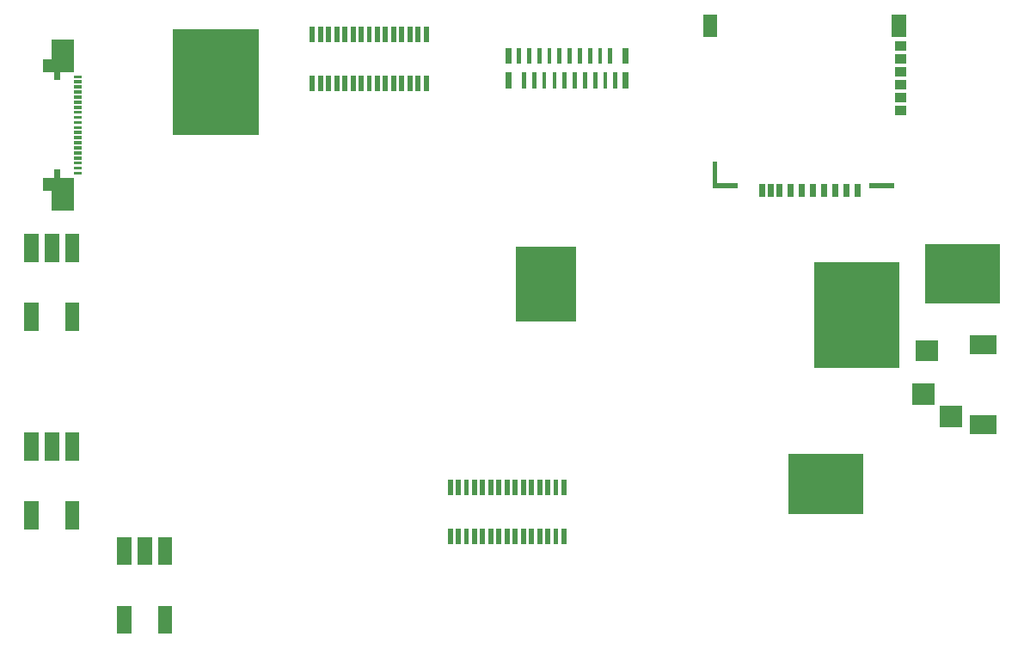
<source format=gbr>
G04 start of page 14 for group -4014 idx -4014 *
G04 Title: (unknown), bottompaste *
G04 Creator: pcb 20110918 *
G04 CreationDate: Fri Feb 21 23:26:39 2014 UTC *
G04 For: fosse *
G04 Format: Gerber/RS-274X *
G04 PCB-Dimensions: 550000 350000 *
G04 PCB-Coordinate-Origin: lower left *
%MOIN*%
%FSLAX25Y25*%
%LNBOTTOMPASTE*%
%ADD263R,0.2323X0.2323*%
%ADD262R,0.3307X0.3307*%
%ADD261R,0.0748X0.0748*%
%ADD260R,0.0827X0.0827*%
%ADD259R,0.0157X0.0157*%
%ADD258R,0.0158X0.0158*%
%ADD257R,0.0197X0.0197*%
%ADD256R,0.0866X0.0866*%
%ADD255R,0.0118X0.0118*%
%ADD254R,0.0335X0.0335*%
%ADD253R,0.0177X0.0177*%
%ADD252R,0.0551X0.0551*%
%ADD251R,0.0197X0.0197*%
%ADD250R,0.0236X0.0236*%
%ADD249R,0.0236X0.0236*%
%ADD248R,0.0354X0.0354*%
%ADD247R,0.0551X0.0551*%
G54D247*X71284Y102185D02*Y96870D01*
X63410Y102185D02*Y96870D01*
X55536Y102185D02*Y96870D01*
X71284Y75610D02*Y70295D01*
X55536Y75610D02*Y70295D01*
G54D248*X392100Y229890D02*X392847D01*
X392100Y234890D02*X392847D01*
X392100Y239890D02*X392847D01*
X392100Y244890D02*X392847D01*
X392100Y249890D02*X392847D01*
X392100Y254890D02*X392847D01*
G54D249*X338812Y200165D02*Y197409D01*
G54D250*X342158Y200164D02*Y197410D01*
G54D249*X345505Y200165D02*Y197409D01*
X349836Y200165D02*Y197409D01*
X354166Y200165D02*Y197409D01*
X358497Y200165D02*Y197409D01*
X362828Y200165D02*Y197409D01*
G54D250*X367158Y200164D02*Y197410D01*
G54D249*X371489Y200165D02*Y197409D01*
X375820Y200165D02*Y197409D01*
G54D251*X381252Y200755D02*X389126D01*
G54D247*X391883Y264162D02*Y261012D01*
G54D252*X318654Y264162D02*Y261012D01*
G54D251*X320622Y200755D02*X328300D01*
G54D253*X320524Y209319D02*Y200657D01*
G54D254*X61619Y248158D02*Y246386D01*
G54D255*X72545Y205540D02*X74513D01*
X72545Y207508D02*X74513D01*
X72545Y209477D02*X74513D01*
X72545Y211445D02*X74513D01*
X72545Y213414D02*X74513D01*
X72545Y215382D02*X74513D01*
X72545Y217351D02*X74513D01*
X72545Y219319D02*X74513D01*
X72545Y221288D02*X74513D01*
X72545Y223256D02*X74513D01*
X72545Y225225D02*X74513D01*
X72545Y227193D02*X74513D01*
X72545Y229162D02*X74513D01*
X72545Y231130D02*X74513D01*
X72545Y233099D02*X74513D01*
X72545Y235067D02*X74513D01*
G54D249*X65497Y205737D02*Y204949D01*
G54D254*X61619Y202095D02*Y200323D01*
G54D249*X65497Y243532D02*Y242744D01*
G54D255*X72545Y237036D02*X74513D01*
X72545Y242941D02*X74513D01*
X72545Y240973D02*X74513D01*
X72545Y239004D02*X74513D01*
G54D256*X67622Y199437D02*Y195500D01*
X67623Y252980D02*Y249043D01*
G54D247*X71284Y179185D02*Y173870D01*
X63410Y179185D02*Y173870D01*
X55536Y179185D02*Y173870D01*
X71284Y152610D02*Y147295D01*
X55536Y152610D02*Y147295D01*
X107284Y61685D02*Y56370D01*
X99410Y61685D02*Y56370D01*
X91536Y61685D02*Y56370D01*
X107284Y35110D02*Y29795D01*
X91536Y35110D02*Y29795D01*
G54D257*X261957Y85696D02*Y81640D01*
X258807Y85696D02*Y81640D01*
X255657Y85696D02*Y81640D01*
X252508Y85696D02*Y81640D01*
X217862Y85696D02*Y81640D01*
X221012Y85696D02*Y81640D01*
X224161Y85696D02*Y81640D01*
X227311Y85696D02*Y81640D01*
X230460Y85696D02*Y81640D01*
G54D251*X233611Y85696D02*Y81641D01*
G54D257*X236760Y85696D02*Y81640D01*
X239909Y85696D02*Y81640D01*
X243059Y85696D02*Y81640D01*
X246208Y85696D02*Y81640D01*
G54D251*X249359Y85696D02*Y81641D01*
G54D257*X261957Y66601D02*Y62546D01*
X258807Y66601D02*Y62546D01*
X255657Y66601D02*Y62546D01*
X252508Y66601D02*Y62546D01*
X217862Y66601D02*Y62546D01*
X221012Y66601D02*Y62546D01*
X224161Y66601D02*Y62546D01*
X227311Y66601D02*Y62546D01*
X230460Y66601D02*Y62546D01*
G54D251*X233611Y66601D02*Y62547D01*
G54D257*X236760Y66601D02*Y62546D01*
X239909Y66601D02*Y62546D01*
X243059Y66601D02*Y62546D01*
X246208Y66601D02*Y62546D01*
G54D251*X249359Y66601D02*Y62547D01*
G54D258*X279943Y253402D02*Y248678D01*
X276006Y253402D02*Y248678D01*
X272069Y253402D02*Y248678D01*
X268132Y253402D02*Y248678D01*
X264195Y253402D02*Y248678D01*
X260258Y253402D02*Y248678D01*
X256321Y253402D02*Y248678D01*
X252384Y253402D02*Y248678D01*
X248447Y253402D02*Y248678D01*
X244510Y253402D02*Y248678D01*
G54D259*X281911Y243953D02*Y239228D01*
X277974Y243953D02*Y239228D01*
X274037Y243953D02*Y239228D01*
X270100Y243953D02*Y239228D01*
X266163Y243953D02*Y239228D01*
G54D258*X262226Y243953D02*Y239229D01*
X258289Y243953D02*Y239229D01*
X254352Y243953D02*Y239229D01*
X250415Y243953D02*Y239229D01*
X246478Y243953D02*Y239229D01*
G54D249*X240572Y253008D02*Y249071D01*
Y243559D02*Y239622D01*
X285848Y253008D02*Y249071D01*
Y243559D02*Y239622D01*
G54D257*X208548Y261458D02*Y257402D01*
X205398Y261458D02*Y257402D01*
X202248Y261458D02*Y257402D01*
X199099Y261458D02*Y257402D01*
X164453Y261458D02*Y257402D01*
X167603Y261458D02*Y257402D01*
X170752Y261458D02*Y257402D01*
X173902Y261458D02*Y257402D01*
X177051Y261458D02*Y257402D01*
G54D251*X180202Y261458D02*Y257403D01*
G54D257*X183351Y261458D02*Y257402D01*
X186500Y261458D02*Y257402D01*
X189650Y261458D02*Y257402D01*
X192799Y261458D02*Y257402D01*
G54D251*X195950Y261458D02*Y257403D01*
G54D257*X208548Y242363D02*Y238308D01*
X205398Y242363D02*Y238308D01*
X202248Y242363D02*Y238308D01*
X199099Y242363D02*Y238308D01*
X164453Y242363D02*Y238308D01*
X167603Y242363D02*Y238308D01*
X170752Y242363D02*Y238308D01*
X173902Y242363D02*Y238308D01*
X177051Y242363D02*Y238308D01*
G54D251*X180202Y242363D02*Y238309D01*
G54D257*X183351Y242363D02*Y238308D01*
X186500Y242363D02*Y238308D01*
X189650Y242363D02*Y238308D01*
X192799Y242363D02*Y238308D01*
G54D251*X195950Y242363D02*Y238309D01*
G54D260*X402571Y136689D02*X402965D01*
G54D261*X423043Y139051D02*X425799D01*
G54D260*X400996Y119760D02*X401390D01*
G54D261*X423043Y107949D02*X425799D01*
G54D260*X411626Y111098D02*X412020D01*
G54D262*X127000Y244937D02*Y237062D01*
X375500Y154438D02*Y146563D01*
G54D263*X255000Y165453D02*Y159547D01*
X413547Y166500D02*X419453D01*
X360547Y85000D02*X366453D01*
M02*

</source>
